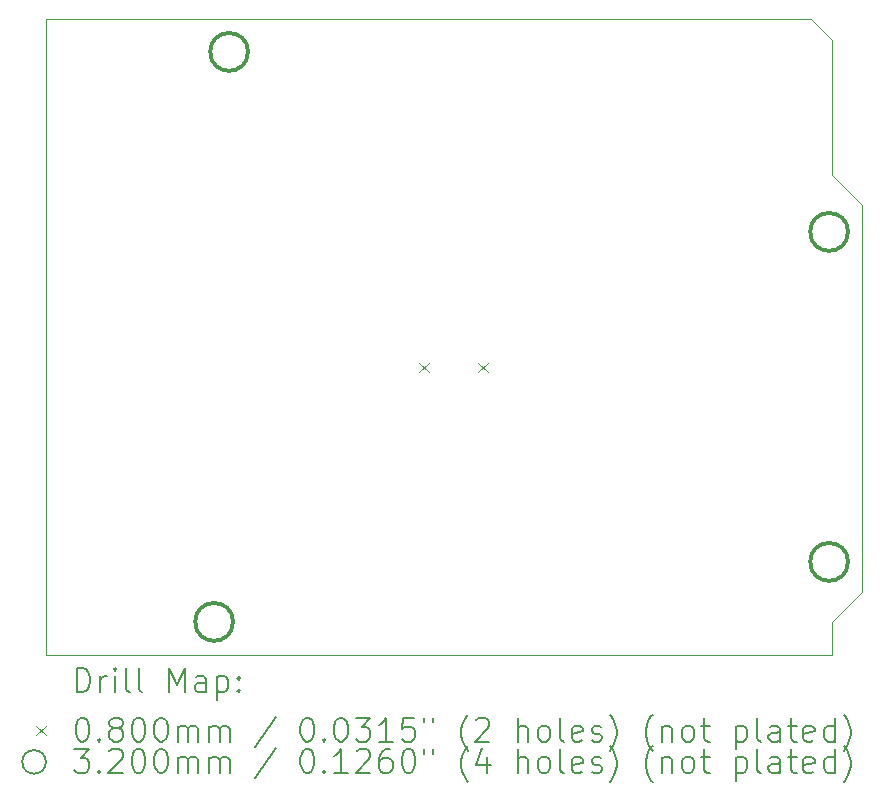
<source format=gbr>
%TF.GenerationSoftware,KiCad,Pcbnew,7.0.6*%
%TF.CreationDate,2024-01-13T17:51:32-05:00*%
%TF.ProjectId,Crystal Shield,43727973-7461-46c2-9053-6869656c642e,rev?*%
%TF.SameCoordinates,PX1312d00PY1312d00*%
%TF.FileFunction,Drillmap*%
%TF.FilePolarity,Positive*%
%FSLAX45Y45*%
G04 Gerber Fmt 4.5, Leading zero omitted, Abs format (unit mm)*
G04 Created by KiCad (PCBNEW 7.0.6) date 2024-01-13 17:51:32*
%MOMM*%
%LPD*%
G01*
G04 APERTURE LIST*
%ADD10C,0.050000*%
%ADD11C,0.200000*%
%ADD12C,0.080000*%
%ADD13C,0.320000*%
G04 APERTURE END LIST*
D10*
X6477000Y0D02*
X0Y0D01*
X6654000Y-5384000D02*
X6654000Y-5105000D01*
X6908000Y-1574000D02*
X6654000Y-1320000D01*
X6654000Y-177000D02*
X6477000Y0D01*
X0Y0D02*
X0Y-5384000D01*
X0Y-5384000D02*
X6654000Y-5384000D01*
X6654000Y-1320000D02*
X6654000Y-177000D01*
X6908000Y-4851000D02*
X6908000Y-1574000D01*
X6654000Y-5105000D02*
X6908000Y-4851000D01*
D11*
D12*
X3160000Y-2910000D02*
X3240000Y-2990000D01*
X3240000Y-2910000D02*
X3160000Y-2990000D01*
X3660000Y-2910000D02*
X3740000Y-2990000D01*
X3740000Y-2910000D02*
X3660000Y-2990000D01*
D13*
X1582000Y-5105000D02*
G75*
G03*
X1582000Y-5105000I-160000J0D01*
G01*
X1709000Y-279000D02*
G75*
G03*
X1709000Y-279000I-160000J0D01*
G01*
X6789000Y-1803000D02*
G75*
G03*
X6789000Y-1803000I-160000J0D01*
G01*
X6789000Y-4597000D02*
G75*
G03*
X6789000Y-4597000I-160000J0D01*
G01*
D11*
X258277Y-5697984D02*
X258277Y-5497984D01*
X258277Y-5497984D02*
X305896Y-5497984D01*
X305896Y-5497984D02*
X334467Y-5507508D01*
X334467Y-5507508D02*
X353515Y-5526555D01*
X353515Y-5526555D02*
X363039Y-5545603D01*
X363039Y-5545603D02*
X372562Y-5583698D01*
X372562Y-5583698D02*
X372562Y-5612269D01*
X372562Y-5612269D02*
X363039Y-5650365D01*
X363039Y-5650365D02*
X353515Y-5669412D01*
X353515Y-5669412D02*
X334467Y-5688460D01*
X334467Y-5688460D02*
X305896Y-5697984D01*
X305896Y-5697984D02*
X258277Y-5697984D01*
X458277Y-5697984D02*
X458277Y-5564650D01*
X458277Y-5602746D02*
X467801Y-5583698D01*
X467801Y-5583698D02*
X477324Y-5574174D01*
X477324Y-5574174D02*
X496372Y-5564650D01*
X496372Y-5564650D02*
X515420Y-5564650D01*
X582086Y-5697984D02*
X582086Y-5564650D01*
X582086Y-5497984D02*
X572563Y-5507508D01*
X572563Y-5507508D02*
X582086Y-5517031D01*
X582086Y-5517031D02*
X591610Y-5507508D01*
X591610Y-5507508D02*
X582086Y-5497984D01*
X582086Y-5497984D02*
X582086Y-5517031D01*
X705896Y-5697984D02*
X686848Y-5688460D01*
X686848Y-5688460D02*
X677324Y-5669412D01*
X677324Y-5669412D02*
X677324Y-5497984D01*
X810658Y-5697984D02*
X791610Y-5688460D01*
X791610Y-5688460D02*
X782086Y-5669412D01*
X782086Y-5669412D02*
X782086Y-5497984D01*
X1039229Y-5697984D02*
X1039229Y-5497984D01*
X1039229Y-5497984D02*
X1105896Y-5640841D01*
X1105896Y-5640841D02*
X1172563Y-5497984D01*
X1172563Y-5497984D02*
X1172563Y-5697984D01*
X1353515Y-5697984D02*
X1353515Y-5593222D01*
X1353515Y-5593222D02*
X1343991Y-5574174D01*
X1343991Y-5574174D02*
X1324944Y-5564650D01*
X1324944Y-5564650D02*
X1286848Y-5564650D01*
X1286848Y-5564650D02*
X1267801Y-5574174D01*
X1353515Y-5688460D02*
X1334467Y-5697984D01*
X1334467Y-5697984D02*
X1286848Y-5697984D01*
X1286848Y-5697984D02*
X1267801Y-5688460D01*
X1267801Y-5688460D02*
X1258277Y-5669412D01*
X1258277Y-5669412D02*
X1258277Y-5650365D01*
X1258277Y-5650365D02*
X1267801Y-5631317D01*
X1267801Y-5631317D02*
X1286848Y-5621793D01*
X1286848Y-5621793D02*
X1334467Y-5621793D01*
X1334467Y-5621793D02*
X1353515Y-5612269D01*
X1448753Y-5564650D02*
X1448753Y-5764650D01*
X1448753Y-5574174D02*
X1467801Y-5564650D01*
X1467801Y-5564650D02*
X1505896Y-5564650D01*
X1505896Y-5564650D02*
X1524943Y-5574174D01*
X1524943Y-5574174D02*
X1534467Y-5583698D01*
X1534467Y-5583698D02*
X1543991Y-5602746D01*
X1543991Y-5602746D02*
X1543991Y-5659888D01*
X1543991Y-5659888D02*
X1534467Y-5678936D01*
X1534467Y-5678936D02*
X1524943Y-5688460D01*
X1524943Y-5688460D02*
X1505896Y-5697984D01*
X1505896Y-5697984D02*
X1467801Y-5697984D01*
X1467801Y-5697984D02*
X1448753Y-5688460D01*
X1629705Y-5678936D02*
X1639229Y-5688460D01*
X1639229Y-5688460D02*
X1629705Y-5697984D01*
X1629705Y-5697984D02*
X1620182Y-5688460D01*
X1620182Y-5688460D02*
X1629705Y-5678936D01*
X1629705Y-5678936D02*
X1629705Y-5697984D01*
X1629705Y-5574174D02*
X1639229Y-5583698D01*
X1639229Y-5583698D02*
X1629705Y-5593222D01*
X1629705Y-5593222D02*
X1620182Y-5583698D01*
X1620182Y-5583698D02*
X1629705Y-5574174D01*
X1629705Y-5574174D02*
X1629705Y-5593222D01*
D12*
X-82500Y-5986500D02*
X-2500Y-6066500D01*
X-2500Y-5986500D02*
X-82500Y-6066500D01*
D11*
X296372Y-5917984D02*
X315420Y-5917984D01*
X315420Y-5917984D02*
X334467Y-5927508D01*
X334467Y-5927508D02*
X343991Y-5937031D01*
X343991Y-5937031D02*
X353515Y-5956079D01*
X353515Y-5956079D02*
X363039Y-5994174D01*
X363039Y-5994174D02*
X363039Y-6041793D01*
X363039Y-6041793D02*
X353515Y-6079888D01*
X353515Y-6079888D02*
X343991Y-6098936D01*
X343991Y-6098936D02*
X334467Y-6108460D01*
X334467Y-6108460D02*
X315420Y-6117984D01*
X315420Y-6117984D02*
X296372Y-6117984D01*
X296372Y-6117984D02*
X277324Y-6108460D01*
X277324Y-6108460D02*
X267801Y-6098936D01*
X267801Y-6098936D02*
X258277Y-6079888D01*
X258277Y-6079888D02*
X248753Y-6041793D01*
X248753Y-6041793D02*
X248753Y-5994174D01*
X248753Y-5994174D02*
X258277Y-5956079D01*
X258277Y-5956079D02*
X267801Y-5937031D01*
X267801Y-5937031D02*
X277324Y-5927508D01*
X277324Y-5927508D02*
X296372Y-5917984D01*
X448753Y-6098936D02*
X458277Y-6108460D01*
X458277Y-6108460D02*
X448753Y-6117984D01*
X448753Y-6117984D02*
X439229Y-6108460D01*
X439229Y-6108460D02*
X448753Y-6098936D01*
X448753Y-6098936D02*
X448753Y-6117984D01*
X572563Y-6003698D02*
X553515Y-5994174D01*
X553515Y-5994174D02*
X543991Y-5984650D01*
X543991Y-5984650D02*
X534467Y-5965603D01*
X534467Y-5965603D02*
X534467Y-5956079D01*
X534467Y-5956079D02*
X543991Y-5937031D01*
X543991Y-5937031D02*
X553515Y-5927508D01*
X553515Y-5927508D02*
X572563Y-5917984D01*
X572563Y-5917984D02*
X610658Y-5917984D01*
X610658Y-5917984D02*
X629705Y-5927508D01*
X629705Y-5927508D02*
X639229Y-5937031D01*
X639229Y-5937031D02*
X648753Y-5956079D01*
X648753Y-5956079D02*
X648753Y-5965603D01*
X648753Y-5965603D02*
X639229Y-5984650D01*
X639229Y-5984650D02*
X629705Y-5994174D01*
X629705Y-5994174D02*
X610658Y-6003698D01*
X610658Y-6003698D02*
X572563Y-6003698D01*
X572563Y-6003698D02*
X553515Y-6013222D01*
X553515Y-6013222D02*
X543991Y-6022746D01*
X543991Y-6022746D02*
X534467Y-6041793D01*
X534467Y-6041793D02*
X534467Y-6079888D01*
X534467Y-6079888D02*
X543991Y-6098936D01*
X543991Y-6098936D02*
X553515Y-6108460D01*
X553515Y-6108460D02*
X572563Y-6117984D01*
X572563Y-6117984D02*
X610658Y-6117984D01*
X610658Y-6117984D02*
X629705Y-6108460D01*
X629705Y-6108460D02*
X639229Y-6098936D01*
X639229Y-6098936D02*
X648753Y-6079888D01*
X648753Y-6079888D02*
X648753Y-6041793D01*
X648753Y-6041793D02*
X639229Y-6022746D01*
X639229Y-6022746D02*
X629705Y-6013222D01*
X629705Y-6013222D02*
X610658Y-6003698D01*
X772562Y-5917984D02*
X791610Y-5917984D01*
X791610Y-5917984D02*
X810658Y-5927508D01*
X810658Y-5927508D02*
X820182Y-5937031D01*
X820182Y-5937031D02*
X829705Y-5956079D01*
X829705Y-5956079D02*
X839229Y-5994174D01*
X839229Y-5994174D02*
X839229Y-6041793D01*
X839229Y-6041793D02*
X829705Y-6079888D01*
X829705Y-6079888D02*
X820182Y-6098936D01*
X820182Y-6098936D02*
X810658Y-6108460D01*
X810658Y-6108460D02*
X791610Y-6117984D01*
X791610Y-6117984D02*
X772562Y-6117984D01*
X772562Y-6117984D02*
X753515Y-6108460D01*
X753515Y-6108460D02*
X743991Y-6098936D01*
X743991Y-6098936D02*
X734467Y-6079888D01*
X734467Y-6079888D02*
X724943Y-6041793D01*
X724943Y-6041793D02*
X724943Y-5994174D01*
X724943Y-5994174D02*
X734467Y-5956079D01*
X734467Y-5956079D02*
X743991Y-5937031D01*
X743991Y-5937031D02*
X753515Y-5927508D01*
X753515Y-5927508D02*
X772562Y-5917984D01*
X963039Y-5917984D02*
X982086Y-5917984D01*
X982086Y-5917984D02*
X1001134Y-5927508D01*
X1001134Y-5927508D02*
X1010658Y-5937031D01*
X1010658Y-5937031D02*
X1020182Y-5956079D01*
X1020182Y-5956079D02*
X1029705Y-5994174D01*
X1029705Y-5994174D02*
X1029705Y-6041793D01*
X1029705Y-6041793D02*
X1020182Y-6079888D01*
X1020182Y-6079888D02*
X1010658Y-6098936D01*
X1010658Y-6098936D02*
X1001134Y-6108460D01*
X1001134Y-6108460D02*
X982086Y-6117984D01*
X982086Y-6117984D02*
X963039Y-6117984D01*
X963039Y-6117984D02*
X943991Y-6108460D01*
X943991Y-6108460D02*
X934467Y-6098936D01*
X934467Y-6098936D02*
X924943Y-6079888D01*
X924943Y-6079888D02*
X915420Y-6041793D01*
X915420Y-6041793D02*
X915420Y-5994174D01*
X915420Y-5994174D02*
X924943Y-5956079D01*
X924943Y-5956079D02*
X934467Y-5937031D01*
X934467Y-5937031D02*
X943991Y-5927508D01*
X943991Y-5927508D02*
X963039Y-5917984D01*
X1115420Y-6117984D02*
X1115420Y-5984650D01*
X1115420Y-6003698D02*
X1124944Y-5994174D01*
X1124944Y-5994174D02*
X1143991Y-5984650D01*
X1143991Y-5984650D02*
X1172563Y-5984650D01*
X1172563Y-5984650D02*
X1191610Y-5994174D01*
X1191610Y-5994174D02*
X1201134Y-6013222D01*
X1201134Y-6013222D02*
X1201134Y-6117984D01*
X1201134Y-6013222D02*
X1210658Y-5994174D01*
X1210658Y-5994174D02*
X1229705Y-5984650D01*
X1229705Y-5984650D02*
X1258277Y-5984650D01*
X1258277Y-5984650D02*
X1277325Y-5994174D01*
X1277325Y-5994174D02*
X1286848Y-6013222D01*
X1286848Y-6013222D02*
X1286848Y-6117984D01*
X1382086Y-6117984D02*
X1382086Y-5984650D01*
X1382086Y-6003698D02*
X1391610Y-5994174D01*
X1391610Y-5994174D02*
X1410658Y-5984650D01*
X1410658Y-5984650D02*
X1439229Y-5984650D01*
X1439229Y-5984650D02*
X1458277Y-5994174D01*
X1458277Y-5994174D02*
X1467801Y-6013222D01*
X1467801Y-6013222D02*
X1467801Y-6117984D01*
X1467801Y-6013222D02*
X1477324Y-5994174D01*
X1477324Y-5994174D02*
X1496372Y-5984650D01*
X1496372Y-5984650D02*
X1524943Y-5984650D01*
X1524943Y-5984650D02*
X1543991Y-5994174D01*
X1543991Y-5994174D02*
X1553515Y-6013222D01*
X1553515Y-6013222D02*
X1553515Y-6117984D01*
X1943991Y-5908460D02*
X1772563Y-6165603D01*
X2201134Y-5917984D02*
X2220182Y-5917984D01*
X2220182Y-5917984D02*
X2239229Y-5927508D01*
X2239229Y-5927508D02*
X2248753Y-5937031D01*
X2248753Y-5937031D02*
X2258277Y-5956079D01*
X2258277Y-5956079D02*
X2267801Y-5994174D01*
X2267801Y-5994174D02*
X2267801Y-6041793D01*
X2267801Y-6041793D02*
X2258277Y-6079888D01*
X2258277Y-6079888D02*
X2248753Y-6098936D01*
X2248753Y-6098936D02*
X2239229Y-6108460D01*
X2239229Y-6108460D02*
X2220182Y-6117984D01*
X2220182Y-6117984D02*
X2201134Y-6117984D01*
X2201134Y-6117984D02*
X2182087Y-6108460D01*
X2182087Y-6108460D02*
X2172563Y-6098936D01*
X2172563Y-6098936D02*
X2163039Y-6079888D01*
X2163039Y-6079888D02*
X2153515Y-6041793D01*
X2153515Y-6041793D02*
X2153515Y-5994174D01*
X2153515Y-5994174D02*
X2163039Y-5956079D01*
X2163039Y-5956079D02*
X2172563Y-5937031D01*
X2172563Y-5937031D02*
X2182087Y-5927508D01*
X2182087Y-5927508D02*
X2201134Y-5917984D01*
X2353515Y-6098936D02*
X2363039Y-6108460D01*
X2363039Y-6108460D02*
X2353515Y-6117984D01*
X2353515Y-6117984D02*
X2343991Y-6108460D01*
X2343991Y-6108460D02*
X2353515Y-6098936D01*
X2353515Y-6098936D02*
X2353515Y-6117984D01*
X2486848Y-5917984D02*
X2505896Y-5917984D01*
X2505896Y-5917984D02*
X2524944Y-5927508D01*
X2524944Y-5927508D02*
X2534468Y-5937031D01*
X2534468Y-5937031D02*
X2543991Y-5956079D01*
X2543991Y-5956079D02*
X2553515Y-5994174D01*
X2553515Y-5994174D02*
X2553515Y-6041793D01*
X2553515Y-6041793D02*
X2543991Y-6079888D01*
X2543991Y-6079888D02*
X2534468Y-6098936D01*
X2534468Y-6098936D02*
X2524944Y-6108460D01*
X2524944Y-6108460D02*
X2505896Y-6117984D01*
X2505896Y-6117984D02*
X2486848Y-6117984D01*
X2486848Y-6117984D02*
X2467801Y-6108460D01*
X2467801Y-6108460D02*
X2458277Y-6098936D01*
X2458277Y-6098936D02*
X2448753Y-6079888D01*
X2448753Y-6079888D02*
X2439229Y-6041793D01*
X2439229Y-6041793D02*
X2439229Y-5994174D01*
X2439229Y-5994174D02*
X2448753Y-5956079D01*
X2448753Y-5956079D02*
X2458277Y-5937031D01*
X2458277Y-5937031D02*
X2467801Y-5927508D01*
X2467801Y-5927508D02*
X2486848Y-5917984D01*
X2620182Y-5917984D02*
X2743991Y-5917984D01*
X2743991Y-5917984D02*
X2677325Y-5994174D01*
X2677325Y-5994174D02*
X2705896Y-5994174D01*
X2705896Y-5994174D02*
X2724944Y-6003698D01*
X2724944Y-6003698D02*
X2734468Y-6013222D01*
X2734468Y-6013222D02*
X2743991Y-6032269D01*
X2743991Y-6032269D02*
X2743991Y-6079888D01*
X2743991Y-6079888D02*
X2734468Y-6098936D01*
X2734468Y-6098936D02*
X2724944Y-6108460D01*
X2724944Y-6108460D02*
X2705896Y-6117984D01*
X2705896Y-6117984D02*
X2648753Y-6117984D01*
X2648753Y-6117984D02*
X2629706Y-6108460D01*
X2629706Y-6108460D02*
X2620182Y-6098936D01*
X2934467Y-6117984D02*
X2820182Y-6117984D01*
X2877325Y-6117984D02*
X2877325Y-5917984D01*
X2877325Y-5917984D02*
X2858277Y-5946555D01*
X2858277Y-5946555D02*
X2839229Y-5965603D01*
X2839229Y-5965603D02*
X2820182Y-5975127D01*
X3115420Y-5917984D02*
X3020182Y-5917984D01*
X3020182Y-5917984D02*
X3010658Y-6013222D01*
X3010658Y-6013222D02*
X3020182Y-6003698D01*
X3020182Y-6003698D02*
X3039229Y-5994174D01*
X3039229Y-5994174D02*
X3086848Y-5994174D01*
X3086848Y-5994174D02*
X3105896Y-6003698D01*
X3105896Y-6003698D02*
X3115420Y-6013222D01*
X3115420Y-6013222D02*
X3124944Y-6032269D01*
X3124944Y-6032269D02*
X3124944Y-6079888D01*
X3124944Y-6079888D02*
X3115420Y-6098936D01*
X3115420Y-6098936D02*
X3105896Y-6108460D01*
X3105896Y-6108460D02*
X3086848Y-6117984D01*
X3086848Y-6117984D02*
X3039229Y-6117984D01*
X3039229Y-6117984D02*
X3020182Y-6108460D01*
X3020182Y-6108460D02*
X3010658Y-6098936D01*
X3201134Y-5917984D02*
X3201134Y-5956079D01*
X3277325Y-5917984D02*
X3277325Y-5956079D01*
X3572563Y-6194174D02*
X3563039Y-6184650D01*
X3563039Y-6184650D02*
X3543991Y-6156079D01*
X3543991Y-6156079D02*
X3534468Y-6137031D01*
X3534468Y-6137031D02*
X3524944Y-6108460D01*
X3524944Y-6108460D02*
X3515420Y-6060841D01*
X3515420Y-6060841D02*
X3515420Y-6022746D01*
X3515420Y-6022746D02*
X3524944Y-5975127D01*
X3524944Y-5975127D02*
X3534468Y-5946555D01*
X3534468Y-5946555D02*
X3543991Y-5927508D01*
X3543991Y-5927508D02*
X3563039Y-5898936D01*
X3563039Y-5898936D02*
X3572563Y-5889412D01*
X3639229Y-5937031D02*
X3648753Y-5927508D01*
X3648753Y-5927508D02*
X3667801Y-5917984D01*
X3667801Y-5917984D02*
X3715420Y-5917984D01*
X3715420Y-5917984D02*
X3734468Y-5927508D01*
X3734468Y-5927508D02*
X3743991Y-5937031D01*
X3743991Y-5937031D02*
X3753515Y-5956079D01*
X3753515Y-5956079D02*
X3753515Y-5975127D01*
X3753515Y-5975127D02*
X3743991Y-6003698D01*
X3743991Y-6003698D02*
X3629706Y-6117984D01*
X3629706Y-6117984D02*
X3753515Y-6117984D01*
X3991610Y-6117984D02*
X3991610Y-5917984D01*
X4077325Y-6117984D02*
X4077325Y-6013222D01*
X4077325Y-6013222D02*
X4067801Y-5994174D01*
X4067801Y-5994174D02*
X4048753Y-5984650D01*
X4048753Y-5984650D02*
X4020182Y-5984650D01*
X4020182Y-5984650D02*
X4001134Y-5994174D01*
X4001134Y-5994174D02*
X3991610Y-6003698D01*
X4201134Y-6117984D02*
X4182087Y-6108460D01*
X4182087Y-6108460D02*
X4172563Y-6098936D01*
X4172563Y-6098936D02*
X4163039Y-6079888D01*
X4163039Y-6079888D02*
X4163039Y-6022746D01*
X4163039Y-6022746D02*
X4172563Y-6003698D01*
X4172563Y-6003698D02*
X4182087Y-5994174D01*
X4182087Y-5994174D02*
X4201134Y-5984650D01*
X4201134Y-5984650D02*
X4229706Y-5984650D01*
X4229706Y-5984650D02*
X4248753Y-5994174D01*
X4248753Y-5994174D02*
X4258277Y-6003698D01*
X4258277Y-6003698D02*
X4267801Y-6022746D01*
X4267801Y-6022746D02*
X4267801Y-6079888D01*
X4267801Y-6079888D02*
X4258277Y-6098936D01*
X4258277Y-6098936D02*
X4248753Y-6108460D01*
X4248753Y-6108460D02*
X4229706Y-6117984D01*
X4229706Y-6117984D02*
X4201134Y-6117984D01*
X4382087Y-6117984D02*
X4363039Y-6108460D01*
X4363039Y-6108460D02*
X4353515Y-6089412D01*
X4353515Y-6089412D02*
X4353515Y-5917984D01*
X4534468Y-6108460D02*
X4515420Y-6117984D01*
X4515420Y-6117984D02*
X4477325Y-6117984D01*
X4477325Y-6117984D02*
X4458277Y-6108460D01*
X4458277Y-6108460D02*
X4448753Y-6089412D01*
X4448753Y-6089412D02*
X4448753Y-6013222D01*
X4448753Y-6013222D02*
X4458277Y-5994174D01*
X4458277Y-5994174D02*
X4477325Y-5984650D01*
X4477325Y-5984650D02*
X4515420Y-5984650D01*
X4515420Y-5984650D02*
X4534468Y-5994174D01*
X4534468Y-5994174D02*
X4543992Y-6013222D01*
X4543992Y-6013222D02*
X4543992Y-6032269D01*
X4543992Y-6032269D02*
X4448753Y-6051317D01*
X4620182Y-6108460D02*
X4639230Y-6117984D01*
X4639230Y-6117984D02*
X4677325Y-6117984D01*
X4677325Y-6117984D02*
X4696373Y-6108460D01*
X4696373Y-6108460D02*
X4705896Y-6089412D01*
X4705896Y-6089412D02*
X4705896Y-6079888D01*
X4705896Y-6079888D02*
X4696373Y-6060841D01*
X4696373Y-6060841D02*
X4677325Y-6051317D01*
X4677325Y-6051317D02*
X4648753Y-6051317D01*
X4648753Y-6051317D02*
X4629706Y-6041793D01*
X4629706Y-6041793D02*
X4620182Y-6022746D01*
X4620182Y-6022746D02*
X4620182Y-6013222D01*
X4620182Y-6013222D02*
X4629706Y-5994174D01*
X4629706Y-5994174D02*
X4648753Y-5984650D01*
X4648753Y-5984650D02*
X4677325Y-5984650D01*
X4677325Y-5984650D02*
X4696373Y-5994174D01*
X4772563Y-6194174D02*
X4782087Y-6184650D01*
X4782087Y-6184650D02*
X4801134Y-6156079D01*
X4801134Y-6156079D02*
X4810658Y-6137031D01*
X4810658Y-6137031D02*
X4820182Y-6108460D01*
X4820182Y-6108460D02*
X4829706Y-6060841D01*
X4829706Y-6060841D02*
X4829706Y-6022746D01*
X4829706Y-6022746D02*
X4820182Y-5975127D01*
X4820182Y-5975127D02*
X4810658Y-5946555D01*
X4810658Y-5946555D02*
X4801134Y-5927508D01*
X4801134Y-5927508D02*
X4782087Y-5898936D01*
X4782087Y-5898936D02*
X4772563Y-5889412D01*
X5134468Y-6194174D02*
X5124944Y-6184650D01*
X5124944Y-6184650D02*
X5105896Y-6156079D01*
X5105896Y-6156079D02*
X5096373Y-6137031D01*
X5096373Y-6137031D02*
X5086849Y-6108460D01*
X5086849Y-6108460D02*
X5077325Y-6060841D01*
X5077325Y-6060841D02*
X5077325Y-6022746D01*
X5077325Y-6022746D02*
X5086849Y-5975127D01*
X5086849Y-5975127D02*
X5096373Y-5946555D01*
X5096373Y-5946555D02*
X5105896Y-5927508D01*
X5105896Y-5927508D02*
X5124944Y-5898936D01*
X5124944Y-5898936D02*
X5134468Y-5889412D01*
X5210658Y-5984650D02*
X5210658Y-6117984D01*
X5210658Y-6003698D02*
X5220182Y-5994174D01*
X5220182Y-5994174D02*
X5239230Y-5984650D01*
X5239230Y-5984650D02*
X5267801Y-5984650D01*
X5267801Y-5984650D02*
X5286849Y-5994174D01*
X5286849Y-5994174D02*
X5296373Y-6013222D01*
X5296373Y-6013222D02*
X5296373Y-6117984D01*
X5420182Y-6117984D02*
X5401134Y-6108460D01*
X5401134Y-6108460D02*
X5391611Y-6098936D01*
X5391611Y-6098936D02*
X5382087Y-6079888D01*
X5382087Y-6079888D02*
X5382087Y-6022746D01*
X5382087Y-6022746D02*
X5391611Y-6003698D01*
X5391611Y-6003698D02*
X5401134Y-5994174D01*
X5401134Y-5994174D02*
X5420182Y-5984650D01*
X5420182Y-5984650D02*
X5448754Y-5984650D01*
X5448754Y-5984650D02*
X5467801Y-5994174D01*
X5467801Y-5994174D02*
X5477325Y-6003698D01*
X5477325Y-6003698D02*
X5486849Y-6022746D01*
X5486849Y-6022746D02*
X5486849Y-6079888D01*
X5486849Y-6079888D02*
X5477325Y-6098936D01*
X5477325Y-6098936D02*
X5467801Y-6108460D01*
X5467801Y-6108460D02*
X5448754Y-6117984D01*
X5448754Y-6117984D02*
X5420182Y-6117984D01*
X5543992Y-5984650D02*
X5620182Y-5984650D01*
X5572563Y-5917984D02*
X5572563Y-6089412D01*
X5572563Y-6089412D02*
X5582087Y-6108460D01*
X5582087Y-6108460D02*
X5601134Y-6117984D01*
X5601134Y-6117984D02*
X5620182Y-6117984D01*
X5839230Y-5984650D02*
X5839230Y-6184650D01*
X5839230Y-5994174D02*
X5858277Y-5984650D01*
X5858277Y-5984650D02*
X5896373Y-5984650D01*
X5896373Y-5984650D02*
X5915420Y-5994174D01*
X5915420Y-5994174D02*
X5924944Y-6003698D01*
X5924944Y-6003698D02*
X5934468Y-6022746D01*
X5934468Y-6022746D02*
X5934468Y-6079888D01*
X5934468Y-6079888D02*
X5924944Y-6098936D01*
X5924944Y-6098936D02*
X5915420Y-6108460D01*
X5915420Y-6108460D02*
X5896373Y-6117984D01*
X5896373Y-6117984D02*
X5858277Y-6117984D01*
X5858277Y-6117984D02*
X5839230Y-6108460D01*
X6048753Y-6117984D02*
X6029706Y-6108460D01*
X6029706Y-6108460D02*
X6020182Y-6089412D01*
X6020182Y-6089412D02*
X6020182Y-5917984D01*
X6210658Y-6117984D02*
X6210658Y-6013222D01*
X6210658Y-6013222D02*
X6201134Y-5994174D01*
X6201134Y-5994174D02*
X6182087Y-5984650D01*
X6182087Y-5984650D02*
X6143992Y-5984650D01*
X6143992Y-5984650D02*
X6124944Y-5994174D01*
X6210658Y-6108460D02*
X6191611Y-6117984D01*
X6191611Y-6117984D02*
X6143992Y-6117984D01*
X6143992Y-6117984D02*
X6124944Y-6108460D01*
X6124944Y-6108460D02*
X6115420Y-6089412D01*
X6115420Y-6089412D02*
X6115420Y-6070365D01*
X6115420Y-6070365D02*
X6124944Y-6051317D01*
X6124944Y-6051317D02*
X6143992Y-6041793D01*
X6143992Y-6041793D02*
X6191611Y-6041793D01*
X6191611Y-6041793D02*
X6210658Y-6032269D01*
X6277325Y-5984650D02*
X6353515Y-5984650D01*
X6305896Y-5917984D02*
X6305896Y-6089412D01*
X6305896Y-6089412D02*
X6315420Y-6108460D01*
X6315420Y-6108460D02*
X6334468Y-6117984D01*
X6334468Y-6117984D02*
X6353515Y-6117984D01*
X6496373Y-6108460D02*
X6477325Y-6117984D01*
X6477325Y-6117984D02*
X6439230Y-6117984D01*
X6439230Y-6117984D02*
X6420182Y-6108460D01*
X6420182Y-6108460D02*
X6410658Y-6089412D01*
X6410658Y-6089412D02*
X6410658Y-6013222D01*
X6410658Y-6013222D02*
X6420182Y-5994174D01*
X6420182Y-5994174D02*
X6439230Y-5984650D01*
X6439230Y-5984650D02*
X6477325Y-5984650D01*
X6477325Y-5984650D02*
X6496373Y-5994174D01*
X6496373Y-5994174D02*
X6505896Y-6013222D01*
X6505896Y-6013222D02*
X6505896Y-6032269D01*
X6505896Y-6032269D02*
X6410658Y-6051317D01*
X6677325Y-6117984D02*
X6677325Y-5917984D01*
X6677325Y-6108460D02*
X6658277Y-6117984D01*
X6658277Y-6117984D02*
X6620182Y-6117984D01*
X6620182Y-6117984D02*
X6601134Y-6108460D01*
X6601134Y-6108460D02*
X6591611Y-6098936D01*
X6591611Y-6098936D02*
X6582087Y-6079888D01*
X6582087Y-6079888D02*
X6582087Y-6022746D01*
X6582087Y-6022746D02*
X6591611Y-6003698D01*
X6591611Y-6003698D02*
X6601134Y-5994174D01*
X6601134Y-5994174D02*
X6620182Y-5984650D01*
X6620182Y-5984650D02*
X6658277Y-5984650D01*
X6658277Y-5984650D02*
X6677325Y-5994174D01*
X6753515Y-6194174D02*
X6763039Y-6184650D01*
X6763039Y-6184650D02*
X6782087Y-6156079D01*
X6782087Y-6156079D02*
X6791611Y-6137031D01*
X6791611Y-6137031D02*
X6801134Y-6108460D01*
X6801134Y-6108460D02*
X6810658Y-6060841D01*
X6810658Y-6060841D02*
X6810658Y-6022746D01*
X6810658Y-6022746D02*
X6801134Y-5975127D01*
X6801134Y-5975127D02*
X6791611Y-5946555D01*
X6791611Y-5946555D02*
X6782087Y-5927508D01*
X6782087Y-5927508D02*
X6763039Y-5898936D01*
X6763039Y-5898936D02*
X6753515Y-5889412D01*
X-2500Y-6290500D02*
G75*
G03*
X-2500Y-6290500I-100000J0D01*
G01*
X239229Y-6181984D02*
X363039Y-6181984D01*
X363039Y-6181984D02*
X296372Y-6258174D01*
X296372Y-6258174D02*
X324944Y-6258174D01*
X324944Y-6258174D02*
X343991Y-6267698D01*
X343991Y-6267698D02*
X353515Y-6277222D01*
X353515Y-6277222D02*
X363039Y-6296269D01*
X363039Y-6296269D02*
X363039Y-6343888D01*
X363039Y-6343888D02*
X353515Y-6362936D01*
X353515Y-6362936D02*
X343991Y-6372460D01*
X343991Y-6372460D02*
X324944Y-6381984D01*
X324944Y-6381984D02*
X267801Y-6381984D01*
X267801Y-6381984D02*
X248753Y-6372460D01*
X248753Y-6372460D02*
X239229Y-6362936D01*
X448753Y-6362936D02*
X458277Y-6372460D01*
X458277Y-6372460D02*
X448753Y-6381984D01*
X448753Y-6381984D02*
X439229Y-6372460D01*
X439229Y-6372460D02*
X448753Y-6362936D01*
X448753Y-6362936D02*
X448753Y-6381984D01*
X534467Y-6201031D02*
X543991Y-6191508D01*
X543991Y-6191508D02*
X563039Y-6181984D01*
X563039Y-6181984D02*
X610658Y-6181984D01*
X610658Y-6181984D02*
X629705Y-6191508D01*
X629705Y-6191508D02*
X639229Y-6201031D01*
X639229Y-6201031D02*
X648753Y-6220079D01*
X648753Y-6220079D02*
X648753Y-6239127D01*
X648753Y-6239127D02*
X639229Y-6267698D01*
X639229Y-6267698D02*
X524944Y-6381984D01*
X524944Y-6381984D02*
X648753Y-6381984D01*
X772562Y-6181984D02*
X791610Y-6181984D01*
X791610Y-6181984D02*
X810658Y-6191508D01*
X810658Y-6191508D02*
X820182Y-6201031D01*
X820182Y-6201031D02*
X829705Y-6220079D01*
X829705Y-6220079D02*
X839229Y-6258174D01*
X839229Y-6258174D02*
X839229Y-6305793D01*
X839229Y-6305793D02*
X829705Y-6343888D01*
X829705Y-6343888D02*
X820182Y-6362936D01*
X820182Y-6362936D02*
X810658Y-6372460D01*
X810658Y-6372460D02*
X791610Y-6381984D01*
X791610Y-6381984D02*
X772562Y-6381984D01*
X772562Y-6381984D02*
X753515Y-6372460D01*
X753515Y-6372460D02*
X743991Y-6362936D01*
X743991Y-6362936D02*
X734467Y-6343888D01*
X734467Y-6343888D02*
X724943Y-6305793D01*
X724943Y-6305793D02*
X724943Y-6258174D01*
X724943Y-6258174D02*
X734467Y-6220079D01*
X734467Y-6220079D02*
X743991Y-6201031D01*
X743991Y-6201031D02*
X753515Y-6191508D01*
X753515Y-6191508D02*
X772562Y-6181984D01*
X963039Y-6181984D02*
X982086Y-6181984D01*
X982086Y-6181984D02*
X1001134Y-6191508D01*
X1001134Y-6191508D02*
X1010658Y-6201031D01*
X1010658Y-6201031D02*
X1020182Y-6220079D01*
X1020182Y-6220079D02*
X1029705Y-6258174D01*
X1029705Y-6258174D02*
X1029705Y-6305793D01*
X1029705Y-6305793D02*
X1020182Y-6343888D01*
X1020182Y-6343888D02*
X1010658Y-6362936D01*
X1010658Y-6362936D02*
X1001134Y-6372460D01*
X1001134Y-6372460D02*
X982086Y-6381984D01*
X982086Y-6381984D02*
X963039Y-6381984D01*
X963039Y-6381984D02*
X943991Y-6372460D01*
X943991Y-6372460D02*
X934467Y-6362936D01*
X934467Y-6362936D02*
X924943Y-6343888D01*
X924943Y-6343888D02*
X915420Y-6305793D01*
X915420Y-6305793D02*
X915420Y-6258174D01*
X915420Y-6258174D02*
X924943Y-6220079D01*
X924943Y-6220079D02*
X934467Y-6201031D01*
X934467Y-6201031D02*
X943991Y-6191508D01*
X943991Y-6191508D02*
X963039Y-6181984D01*
X1115420Y-6381984D02*
X1115420Y-6248650D01*
X1115420Y-6267698D02*
X1124944Y-6258174D01*
X1124944Y-6258174D02*
X1143991Y-6248650D01*
X1143991Y-6248650D02*
X1172563Y-6248650D01*
X1172563Y-6248650D02*
X1191610Y-6258174D01*
X1191610Y-6258174D02*
X1201134Y-6277222D01*
X1201134Y-6277222D02*
X1201134Y-6381984D01*
X1201134Y-6277222D02*
X1210658Y-6258174D01*
X1210658Y-6258174D02*
X1229705Y-6248650D01*
X1229705Y-6248650D02*
X1258277Y-6248650D01*
X1258277Y-6248650D02*
X1277325Y-6258174D01*
X1277325Y-6258174D02*
X1286848Y-6277222D01*
X1286848Y-6277222D02*
X1286848Y-6381984D01*
X1382086Y-6381984D02*
X1382086Y-6248650D01*
X1382086Y-6267698D02*
X1391610Y-6258174D01*
X1391610Y-6258174D02*
X1410658Y-6248650D01*
X1410658Y-6248650D02*
X1439229Y-6248650D01*
X1439229Y-6248650D02*
X1458277Y-6258174D01*
X1458277Y-6258174D02*
X1467801Y-6277222D01*
X1467801Y-6277222D02*
X1467801Y-6381984D01*
X1467801Y-6277222D02*
X1477324Y-6258174D01*
X1477324Y-6258174D02*
X1496372Y-6248650D01*
X1496372Y-6248650D02*
X1524943Y-6248650D01*
X1524943Y-6248650D02*
X1543991Y-6258174D01*
X1543991Y-6258174D02*
X1553515Y-6277222D01*
X1553515Y-6277222D02*
X1553515Y-6381984D01*
X1943991Y-6172460D02*
X1772563Y-6429603D01*
X2201134Y-6181984D02*
X2220182Y-6181984D01*
X2220182Y-6181984D02*
X2239229Y-6191508D01*
X2239229Y-6191508D02*
X2248753Y-6201031D01*
X2248753Y-6201031D02*
X2258277Y-6220079D01*
X2258277Y-6220079D02*
X2267801Y-6258174D01*
X2267801Y-6258174D02*
X2267801Y-6305793D01*
X2267801Y-6305793D02*
X2258277Y-6343888D01*
X2258277Y-6343888D02*
X2248753Y-6362936D01*
X2248753Y-6362936D02*
X2239229Y-6372460D01*
X2239229Y-6372460D02*
X2220182Y-6381984D01*
X2220182Y-6381984D02*
X2201134Y-6381984D01*
X2201134Y-6381984D02*
X2182087Y-6372460D01*
X2182087Y-6372460D02*
X2172563Y-6362936D01*
X2172563Y-6362936D02*
X2163039Y-6343888D01*
X2163039Y-6343888D02*
X2153515Y-6305793D01*
X2153515Y-6305793D02*
X2153515Y-6258174D01*
X2153515Y-6258174D02*
X2163039Y-6220079D01*
X2163039Y-6220079D02*
X2172563Y-6201031D01*
X2172563Y-6201031D02*
X2182087Y-6191508D01*
X2182087Y-6191508D02*
X2201134Y-6181984D01*
X2353515Y-6362936D02*
X2363039Y-6372460D01*
X2363039Y-6372460D02*
X2353515Y-6381984D01*
X2353515Y-6381984D02*
X2343991Y-6372460D01*
X2343991Y-6372460D02*
X2353515Y-6362936D01*
X2353515Y-6362936D02*
X2353515Y-6381984D01*
X2553515Y-6381984D02*
X2439229Y-6381984D01*
X2496372Y-6381984D02*
X2496372Y-6181984D01*
X2496372Y-6181984D02*
X2477325Y-6210555D01*
X2477325Y-6210555D02*
X2458277Y-6229603D01*
X2458277Y-6229603D02*
X2439229Y-6239127D01*
X2629706Y-6201031D02*
X2639229Y-6191508D01*
X2639229Y-6191508D02*
X2658277Y-6181984D01*
X2658277Y-6181984D02*
X2705896Y-6181984D01*
X2705896Y-6181984D02*
X2724944Y-6191508D01*
X2724944Y-6191508D02*
X2734468Y-6201031D01*
X2734468Y-6201031D02*
X2743991Y-6220079D01*
X2743991Y-6220079D02*
X2743991Y-6239127D01*
X2743991Y-6239127D02*
X2734468Y-6267698D01*
X2734468Y-6267698D02*
X2620182Y-6381984D01*
X2620182Y-6381984D02*
X2743991Y-6381984D01*
X2915420Y-6181984D02*
X2877325Y-6181984D01*
X2877325Y-6181984D02*
X2858277Y-6191508D01*
X2858277Y-6191508D02*
X2848753Y-6201031D01*
X2848753Y-6201031D02*
X2829706Y-6229603D01*
X2829706Y-6229603D02*
X2820182Y-6267698D01*
X2820182Y-6267698D02*
X2820182Y-6343888D01*
X2820182Y-6343888D02*
X2829706Y-6362936D01*
X2829706Y-6362936D02*
X2839229Y-6372460D01*
X2839229Y-6372460D02*
X2858277Y-6381984D01*
X2858277Y-6381984D02*
X2896372Y-6381984D01*
X2896372Y-6381984D02*
X2915420Y-6372460D01*
X2915420Y-6372460D02*
X2924944Y-6362936D01*
X2924944Y-6362936D02*
X2934467Y-6343888D01*
X2934467Y-6343888D02*
X2934467Y-6296269D01*
X2934467Y-6296269D02*
X2924944Y-6277222D01*
X2924944Y-6277222D02*
X2915420Y-6267698D01*
X2915420Y-6267698D02*
X2896372Y-6258174D01*
X2896372Y-6258174D02*
X2858277Y-6258174D01*
X2858277Y-6258174D02*
X2839229Y-6267698D01*
X2839229Y-6267698D02*
X2829706Y-6277222D01*
X2829706Y-6277222D02*
X2820182Y-6296269D01*
X3058277Y-6181984D02*
X3077325Y-6181984D01*
X3077325Y-6181984D02*
X3096372Y-6191508D01*
X3096372Y-6191508D02*
X3105896Y-6201031D01*
X3105896Y-6201031D02*
X3115420Y-6220079D01*
X3115420Y-6220079D02*
X3124944Y-6258174D01*
X3124944Y-6258174D02*
X3124944Y-6305793D01*
X3124944Y-6305793D02*
X3115420Y-6343888D01*
X3115420Y-6343888D02*
X3105896Y-6362936D01*
X3105896Y-6362936D02*
X3096372Y-6372460D01*
X3096372Y-6372460D02*
X3077325Y-6381984D01*
X3077325Y-6381984D02*
X3058277Y-6381984D01*
X3058277Y-6381984D02*
X3039229Y-6372460D01*
X3039229Y-6372460D02*
X3029706Y-6362936D01*
X3029706Y-6362936D02*
X3020182Y-6343888D01*
X3020182Y-6343888D02*
X3010658Y-6305793D01*
X3010658Y-6305793D02*
X3010658Y-6258174D01*
X3010658Y-6258174D02*
X3020182Y-6220079D01*
X3020182Y-6220079D02*
X3029706Y-6201031D01*
X3029706Y-6201031D02*
X3039229Y-6191508D01*
X3039229Y-6191508D02*
X3058277Y-6181984D01*
X3201134Y-6181984D02*
X3201134Y-6220079D01*
X3277325Y-6181984D02*
X3277325Y-6220079D01*
X3572563Y-6458174D02*
X3563039Y-6448650D01*
X3563039Y-6448650D02*
X3543991Y-6420079D01*
X3543991Y-6420079D02*
X3534468Y-6401031D01*
X3534468Y-6401031D02*
X3524944Y-6372460D01*
X3524944Y-6372460D02*
X3515420Y-6324841D01*
X3515420Y-6324841D02*
X3515420Y-6286746D01*
X3515420Y-6286746D02*
X3524944Y-6239127D01*
X3524944Y-6239127D02*
X3534468Y-6210555D01*
X3534468Y-6210555D02*
X3543991Y-6191508D01*
X3543991Y-6191508D02*
X3563039Y-6162936D01*
X3563039Y-6162936D02*
X3572563Y-6153412D01*
X3734468Y-6248650D02*
X3734468Y-6381984D01*
X3686848Y-6172460D02*
X3639229Y-6315317D01*
X3639229Y-6315317D02*
X3763039Y-6315317D01*
X3991610Y-6381984D02*
X3991610Y-6181984D01*
X4077325Y-6381984D02*
X4077325Y-6277222D01*
X4077325Y-6277222D02*
X4067801Y-6258174D01*
X4067801Y-6258174D02*
X4048753Y-6248650D01*
X4048753Y-6248650D02*
X4020182Y-6248650D01*
X4020182Y-6248650D02*
X4001134Y-6258174D01*
X4001134Y-6258174D02*
X3991610Y-6267698D01*
X4201134Y-6381984D02*
X4182087Y-6372460D01*
X4182087Y-6372460D02*
X4172563Y-6362936D01*
X4172563Y-6362936D02*
X4163039Y-6343888D01*
X4163039Y-6343888D02*
X4163039Y-6286746D01*
X4163039Y-6286746D02*
X4172563Y-6267698D01*
X4172563Y-6267698D02*
X4182087Y-6258174D01*
X4182087Y-6258174D02*
X4201134Y-6248650D01*
X4201134Y-6248650D02*
X4229706Y-6248650D01*
X4229706Y-6248650D02*
X4248753Y-6258174D01*
X4248753Y-6258174D02*
X4258277Y-6267698D01*
X4258277Y-6267698D02*
X4267801Y-6286746D01*
X4267801Y-6286746D02*
X4267801Y-6343888D01*
X4267801Y-6343888D02*
X4258277Y-6362936D01*
X4258277Y-6362936D02*
X4248753Y-6372460D01*
X4248753Y-6372460D02*
X4229706Y-6381984D01*
X4229706Y-6381984D02*
X4201134Y-6381984D01*
X4382087Y-6381984D02*
X4363039Y-6372460D01*
X4363039Y-6372460D02*
X4353515Y-6353412D01*
X4353515Y-6353412D02*
X4353515Y-6181984D01*
X4534468Y-6372460D02*
X4515420Y-6381984D01*
X4515420Y-6381984D02*
X4477325Y-6381984D01*
X4477325Y-6381984D02*
X4458277Y-6372460D01*
X4458277Y-6372460D02*
X4448753Y-6353412D01*
X4448753Y-6353412D02*
X4448753Y-6277222D01*
X4448753Y-6277222D02*
X4458277Y-6258174D01*
X4458277Y-6258174D02*
X4477325Y-6248650D01*
X4477325Y-6248650D02*
X4515420Y-6248650D01*
X4515420Y-6248650D02*
X4534468Y-6258174D01*
X4534468Y-6258174D02*
X4543992Y-6277222D01*
X4543992Y-6277222D02*
X4543992Y-6296269D01*
X4543992Y-6296269D02*
X4448753Y-6315317D01*
X4620182Y-6372460D02*
X4639230Y-6381984D01*
X4639230Y-6381984D02*
X4677325Y-6381984D01*
X4677325Y-6381984D02*
X4696373Y-6372460D01*
X4696373Y-6372460D02*
X4705896Y-6353412D01*
X4705896Y-6353412D02*
X4705896Y-6343888D01*
X4705896Y-6343888D02*
X4696373Y-6324841D01*
X4696373Y-6324841D02*
X4677325Y-6315317D01*
X4677325Y-6315317D02*
X4648753Y-6315317D01*
X4648753Y-6315317D02*
X4629706Y-6305793D01*
X4629706Y-6305793D02*
X4620182Y-6286746D01*
X4620182Y-6286746D02*
X4620182Y-6277222D01*
X4620182Y-6277222D02*
X4629706Y-6258174D01*
X4629706Y-6258174D02*
X4648753Y-6248650D01*
X4648753Y-6248650D02*
X4677325Y-6248650D01*
X4677325Y-6248650D02*
X4696373Y-6258174D01*
X4772563Y-6458174D02*
X4782087Y-6448650D01*
X4782087Y-6448650D02*
X4801134Y-6420079D01*
X4801134Y-6420079D02*
X4810658Y-6401031D01*
X4810658Y-6401031D02*
X4820182Y-6372460D01*
X4820182Y-6372460D02*
X4829706Y-6324841D01*
X4829706Y-6324841D02*
X4829706Y-6286746D01*
X4829706Y-6286746D02*
X4820182Y-6239127D01*
X4820182Y-6239127D02*
X4810658Y-6210555D01*
X4810658Y-6210555D02*
X4801134Y-6191508D01*
X4801134Y-6191508D02*
X4782087Y-6162936D01*
X4782087Y-6162936D02*
X4772563Y-6153412D01*
X5134468Y-6458174D02*
X5124944Y-6448650D01*
X5124944Y-6448650D02*
X5105896Y-6420079D01*
X5105896Y-6420079D02*
X5096373Y-6401031D01*
X5096373Y-6401031D02*
X5086849Y-6372460D01*
X5086849Y-6372460D02*
X5077325Y-6324841D01*
X5077325Y-6324841D02*
X5077325Y-6286746D01*
X5077325Y-6286746D02*
X5086849Y-6239127D01*
X5086849Y-6239127D02*
X5096373Y-6210555D01*
X5096373Y-6210555D02*
X5105896Y-6191508D01*
X5105896Y-6191508D02*
X5124944Y-6162936D01*
X5124944Y-6162936D02*
X5134468Y-6153412D01*
X5210658Y-6248650D02*
X5210658Y-6381984D01*
X5210658Y-6267698D02*
X5220182Y-6258174D01*
X5220182Y-6258174D02*
X5239230Y-6248650D01*
X5239230Y-6248650D02*
X5267801Y-6248650D01*
X5267801Y-6248650D02*
X5286849Y-6258174D01*
X5286849Y-6258174D02*
X5296373Y-6277222D01*
X5296373Y-6277222D02*
X5296373Y-6381984D01*
X5420182Y-6381984D02*
X5401134Y-6372460D01*
X5401134Y-6372460D02*
X5391611Y-6362936D01*
X5391611Y-6362936D02*
X5382087Y-6343888D01*
X5382087Y-6343888D02*
X5382087Y-6286746D01*
X5382087Y-6286746D02*
X5391611Y-6267698D01*
X5391611Y-6267698D02*
X5401134Y-6258174D01*
X5401134Y-6258174D02*
X5420182Y-6248650D01*
X5420182Y-6248650D02*
X5448754Y-6248650D01*
X5448754Y-6248650D02*
X5467801Y-6258174D01*
X5467801Y-6258174D02*
X5477325Y-6267698D01*
X5477325Y-6267698D02*
X5486849Y-6286746D01*
X5486849Y-6286746D02*
X5486849Y-6343888D01*
X5486849Y-6343888D02*
X5477325Y-6362936D01*
X5477325Y-6362936D02*
X5467801Y-6372460D01*
X5467801Y-6372460D02*
X5448754Y-6381984D01*
X5448754Y-6381984D02*
X5420182Y-6381984D01*
X5543992Y-6248650D02*
X5620182Y-6248650D01*
X5572563Y-6181984D02*
X5572563Y-6353412D01*
X5572563Y-6353412D02*
X5582087Y-6372460D01*
X5582087Y-6372460D02*
X5601134Y-6381984D01*
X5601134Y-6381984D02*
X5620182Y-6381984D01*
X5839230Y-6248650D02*
X5839230Y-6448650D01*
X5839230Y-6258174D02*
X5858277Y-6248650D01*
X5858277Y-6248650D02*
X5896373Y-6248650D01*
X5896373Y-6248650D02*
X5915420Y-6258174D01*
X5915420Y-6258174D02*
X5924944Y-6267698D01*
X5924944Y-6267698D02*
X5934468Y-6286746D01*
X5934468Y-6286746D02*
X5934468Y-6343888D01*
X5934468Y-6343888D02*
X5924944Y-6362936D01*
X5924944Y-6362936D02*
X5915420Y-6372460D01*
X5915420Y-6372460D02*
X5896373Y-6381984D01*
X5896373Y-6381984D02*
X5858277Y-6381984D01*
X5858277Y-6381984D02*
X5839230Y-6372460D01*
X6048753Y-6381984D02*
X6029706Y-6372460D01*
X6029706Y-6372460D02*
X6020182Y-6353412D01*
X6020182Y-6353412D02*
X6020182Y-6181984D01*
X6210658Y-6381984D02*
X6210658Y-6277222D01*
X6210658Y-6277222D02*
X6201134Y-6258174D01*
X6201134Y-6258174D02*
X6182087Y-6248650D01*
X6182087Y-6248650D02*
X6143992Y-6248650D01*
X6143992Y-6248650D02*
X6124944Y-6258174D01*
X6210658Y-6372460D02*
X6191611Y-6381984D01*
X6191611Y-6381984D02*
X6143992Y-6381984D01*
X6143992Y-6381984D02*
X6124944Y-6372460D01*
X6124944Y-6372460D02*
X6115420Y-6353412D01*
X6115420Y-6353412D02*
X6115420Y-6334365D01*
X6115420Y-6334365D02*
X6124944Y-6315317D01*
X6124944Y-6315317D02*
X6143992Y-6305793D01*
X6143992Y-6305793D02*
X6191611Y-6305793D01*
X6191611Y-6305793D02*
X6210658Y-6296269D01*
X6277325Y-6248650D02*
X6353515Y-6248650D01*
X6305896Y-6181984D02*
X6305896Y-6353412D01*
X6305896Y-6353412D02*
X6315420Y-6372460D01*
X6315420Y-6372460D02*
X6334468Y-6381984D01*
X6334468Y-6381984D02*
X6353515Y-6381984D01*
X6496373Y-6372460D02*
X6477325Y-6381984D01*
X6477325Y-6381984D02*
X6439230Y-6381984D01*
X6439230Y-6381984D02*
X6420182Y-6372460D01*
X6420182Y-6372460D02*
X6410658Y-6353412D01*
X6410658Y-6353412D02*
X6410658Y-6277222D01*
X6410658Y-6277222D02*
X6420182Y-6258174D01*
X6420182Y-6258174D02*
X6439230Y-6248650D01*
X6439230Y-6248650D02*
X6477325Y-6248650D01*
X6477325Y-6248650D02*
X6496373Y-6258174D01*
X6496373Y-6258174D02*
X6505896Y-6277222D01*
X6505896Y-6277222D02*
X6505896Y-6296269D01*
X6505896Y-6296269D02*
X6410658Y-6315317D01*
X6677325Y-6381984D02*
X6677325Y-6181984D01*
X6677325Y-6372460D02*
X6658277Y-6381984D01*
X6658277Y-6381984D02*
X6620182Y-6381984D01*
X6620182Y-6381984D02*
X6601134Y-6372460D01*
X6601134Y-6372460D02*
X6591611Y-6362936D01*
X6591611Y-6362936D02*
X6582087Y-6343888D01*
X6582087Y-6343888D02*
X6582087Y-6286746D01*
X6582087Y-6286746D02*
X6591611Y-6267698D01*
X6591611Y-6267698D02*
X6601134Y-6258174D01*
X6601134Y-6258174D02*
X6620182Y-6248650D01*
X6620182Y-6248650D02*
X6658277Y-6248650D01*
X6658277Y-6248650D02*
X6677325Y-6258174D01*
X6753515Y-6458174D02*
X6763039Y-6448650D01*
X6763039Y-6448650D02*
X6782087Y-6420079D01*
X6782087Y-6420079D02*
X6791611Y-6401031D01*
X6791611Y-6401031D02*
X6801134Y-6372460D01*
X6801134Y-6372460D02*
X6810658Y-6324841D01*
X6810658Y-6324841D02*
X6810658Y-6286746D01*
X6810658Y-6286746D02*
X6801134Y-6239127D01*
X6801134Y-6239127D02*
X6791611Y-6210555D01*
X6791611Y-6210555D02*
X6782087Y-6191508D01*
X6782087Y-6191508D02*
X6763039Y-6162936D01*
X6763039Y-6162936D02*
X6753515Y-6153412D01*
M02*

</source>
